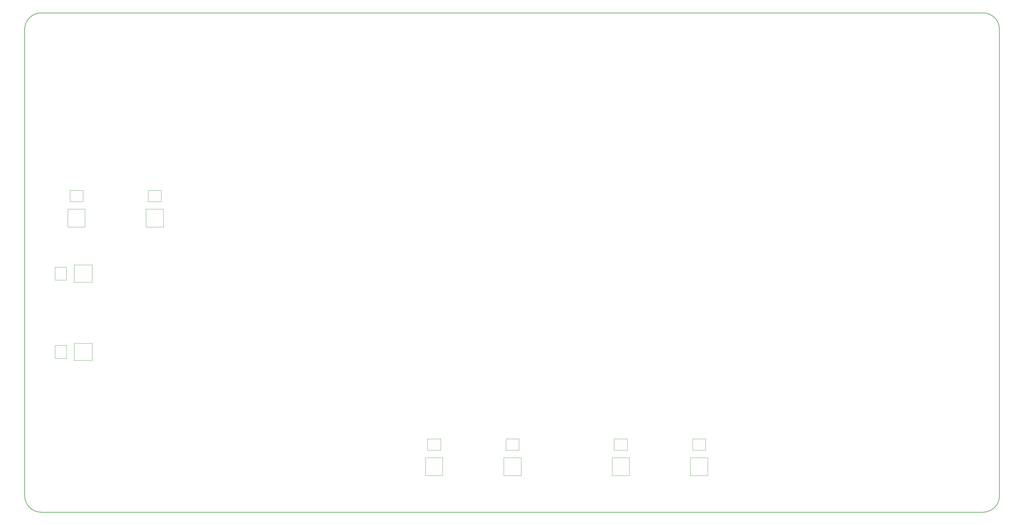
<source format=gbr>
%TF.GenerationSoftware,KiCad,Pcbnew,(6.0.2)*%
%TF.CreationDate,2022-03-06T23:14:38-03:00*%
%TF.ProjectId,BitterDev,42697474-6572-4446-9576-2e6b69636164,V1.1.0*%
%TF.SameCoordinates,Original*%
%TF.FileFunction,Profile,NP*%
%FSLAX46Y46*%
G04 Gerber Fmt 4.6, Leading zero omitted, Abs format (unit mm)*
G04 Created by KiCad (PCBNEW (6.0.2)) date 2022-03-06 23:14:38*
%MOMM*%
%LPD*%
G01*
G04 APERTURE LIST*
%TA.AperFunction,Profile*%
%ADD10C,0.200000*%
%TD*%
%TA.AperFunction,Profile*%
%ADD11C,0.120000*%
%TD*%
G04 APERTURE END LIST*
D10*
X312912472Y-185774999D02*
G75*
G03*
X317912472Y-180774999I0J5000000D01*
G01*
X317912472Y-37712499D02*
G75*
G03*
X312912472Y-32712499I-5000000J0D01*
G01*
X312912472Y-185774999D02*
X24399972Y-185774999D01*
X19399972Y-180774999D02*
X19399972Y-37712499D01*
X19399973Y-58712499D02*
G75*
G03*
X19399973Y-58712499I-1J0D01*
G01*
X19399972Y-180774999D02*
G75*
G03*
X24399972Y-185774999I5000000J0D01*
G01*
X317912472Y-37712499D02*
X317912472Y-180774999D01*
X317912473Y-58712499D02*
G75*
G03*
X317912473Y-58712499I-1J0D01*
G01*
X24399972Y-32712499D02*
X312912472Y-32712499D01*
X24399972Y-32712499D02*
G75*
G03*
X19399972Y-37712499I0J-5000000D01*
G01*
D11*
%TO.C,K_40*%
X34487472Y-109974999D02*
X34487472Y-115274999D01*
X28687472Y-134624999D02*
X28687472Y-138624999D01*
X34487472Y-133974999D02*
X39987472Y-133974999D01*
X39987472Y-109974999D02*
X39987472Y-115274999D01*
X32187472Y-134624999D02*
X32187472Y-138624999D01*
X28687472Y-110624999D02*
X32187472Y-110624999D01*
X32187472Y-138624999D02*
X28687472Y-138624999D01*
X28687472Y-110624999D02*
X28687472Y-114624999D01*
X39987472Y-115274999D02*
X34487472Y-115274999D01*
X32187472Y-110624999D02*
X32187472Y-114624999D01*
X34487472Y-109974999D02*
X39987472Y-109974999D01*
X39987472Y-133974999D02*
X39987472Y-139274999D01*
X34487472Y-133974999D02*
X34487472Y-139274999D01*
X39987472Y-139274999D02*
X34487472Y-139274999D01*
X28687472Y-134624999D02*
X32187472Y-134624999D01*
X32187472Y-114624999D02*
X28687472Y-114624999D01*
%TO.C,K_26*%
X33212472Y-90549999D02*
X33212472Y-87049999D01*
X32562472Y-98349999D02*
X32562472Y-92849999D01*
X37862472Y-92849999D02*
X37862472Y-98349999D01*
X37862472Y-98349999D02*
X32562472Y-98349999D01*
X61212472Y-90549999D02*
X57212472Y-90549999D01*
X37212472Y-90549999D02*
X33212472Y-90549999D01*
X57212472Y-90549999D02*
X57212472Y-87049999D01*
X61212472Y-87049999D02*
X61212472Y-90549999D01*
X37212472Y-87049999D02*
X33212472Y-87049999D01*
X61862472Y-92849999D02*
X61862472Y-98349999D01*
X56562472Y-98349999D02*
X56562472Y-92849999D01*
X37862472Y-92849999D02*
X32562472Y-92849999D01*
X37212472Y-87049999D02*
X37212472Y-90549999D01*
X61862472Y-92849999D02*
X56562472Y-92849999D01*
X61862472Y-98349999D02*
X56562472Y-98349999D01*
X61212472Y-87049999D02*
X57212472Y-87049999D01*
%TO.C,K_72*%
X227899472Y-163249999D02*
X223899472Y-163249999D01*
X228549472Y-169049999D02*
X228549472Y-174549999D01*
X204549472Y-169049999D02*
X204549472Y-174549999D01*
X203899472Y-163249999D02*
X203899472Y-166749999D01*
X227899472Y-166749999D02*
X223899472Y-166749999D01*
X228549472Y-174549999D02*
X223249472Y-174549999D01*
X203899472Y-163249999D02*
X199899472Y-163249999D01*
X199249472Y-174549999D02*
X199249472Y-169049999D01*
X204549472Y-169049999D02*
X199249472Y-169049999D01*
X227899472Y-163249999D02*
X227899472Y-166749999D01*
X204549472Y-174549999D02*
X199249472Y-174549999D01*
X228549472Y-169049999D02*
X223249472Y-169049999D01*
X203899472Y-166749999D02*
X199899472Y-166749999D01*
X199899472Y-166749999D02*
X199899472Y-163249999D01*
X223249472Y-174549999D02*
X223249472Y-169049999D01*
X223899472Y-166749999D02*
X223899472Y-163249999D01*
%TO.C,K_74*%
X166749972Y-166749999D02*
X166749972Y-163249999D01*
X146749972Y-163249999D02*
X146749972Y-166749999D01*
X146749972Y-166749999D02*
X142749972Y-166749999D01*
X142099972Y-174549999D02*
X142099972Y-169049999D01*
X146749972Y-163249999D02*
X142749972Y-163249999D01*
X171399972Y-174549999D02*
X166099972Y-174549999D01*
X166099972Y-174549999D02*
X166099972Y-169049999D01*
X170749972Y-163249999D02*
X166749972Y-163249999D01*
X147399972Y-169049999D02*
X142099972Y-169049999D01*
X171399972Y-169049999D02*
X166099972Y-169049999D01*
X147399972Y-174549999D02*
X142099972Y-174549999D01*
X147399972Y-169049999D02*
X147399972Y-174549999D01*
X142749972Y-166749999D02*
X142749972Y-163249999D01*
X170749972Y-163249999D02*
X170749972Y-166749999D01*
X170749972Y-166749999D02*
X166749972Y-166749999D01*
X171399972Y-169049999D02*
X171399972Y-174549999D01*
%TD*%
M02*

</source>
